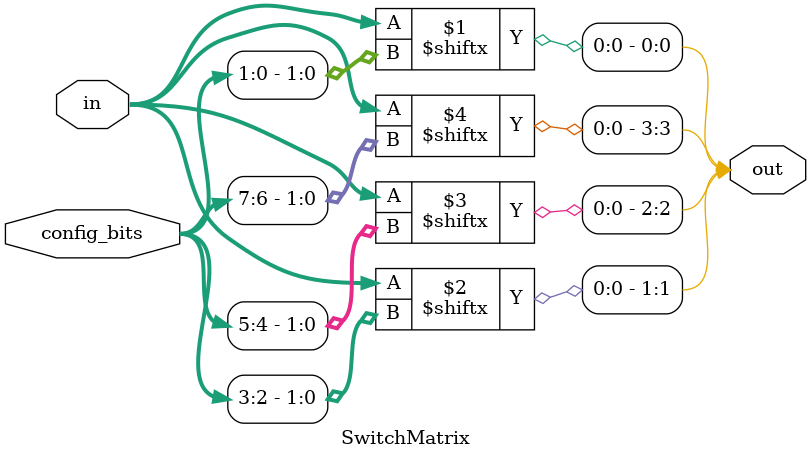
<source format=v>
`timescale 1ns/1ps
module SwitchMatrix (
    input  wire [3:0] in,
    input  wire [7:0] config_bits,  // 2 bits per output
    output wire [3:0] out
);
    assign out[0] = in[config_bits[1:0]];
    assign out[1] = in[config_bits[3:2]];
    assign out[2] = in[config_bits[5:4]];
    assign out[3] = in[config_bits[7:6]];
endmodule

</source>
